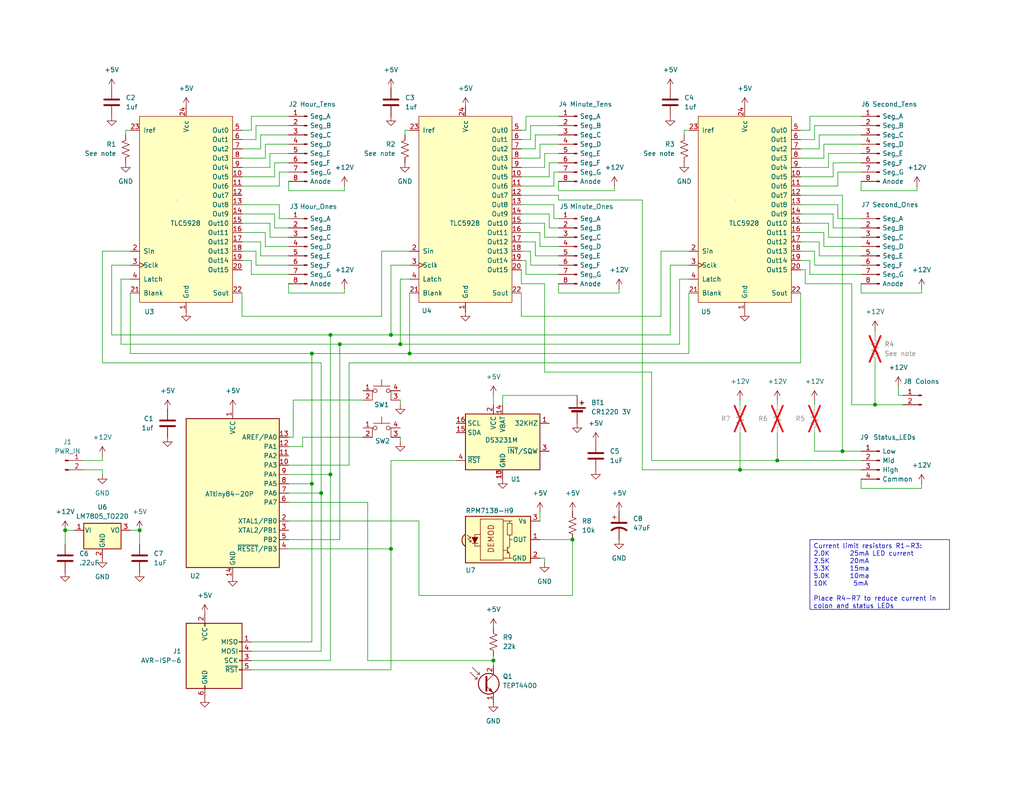
<source format=kicad_sch>
(kicad_sch (version 20231120) (generator "eeschema") (generator_version "8.0")
  (paper "USLetter")
  (title_block (title "Big Time Clock Controller") (rev "1"))
  (lib_symbols
    (symbol "Conn_01x08_Pin_1" (pin_names (offset 2))
      (property "Reference" "J9" (at -1.27 0.0001 0))
      (property "Value" "Conn_01x08_Pin" (at -1.27 -2.5399 0))
      (symbol "Conn_01x08_Pin_1_1_1"
        (pin passive line (at 5.08 7.62 180) (length 3.81) (name "Seg_A") (number "1"))
        (pin passive line (at 5.08 5.08 180) (length 3.81) (name "Seg_B") (number "2"))
        (pin passive line (at 5.08 2.54 180) (length 3.81) (name "Seg_C") (number "3"))
        (pin passive line (at 5.08 0 180) (length 3.81) (name "Seg_D") (number "4"))
        (pin passive line (at 5.08 -2.54 180) (length 3.81) (name "Seg_E") (number "5"))
        (pin passive line (at 5.08 -5.08 180) (length 3.81) (name "Seg_F") (number "6"))
        (pin passive line (at 5.08 -7.62 180) (length 3.81) (name "Seg_G") (number "7"))
        (pin passive line (at 5.08 -10.16 180) (length 3.81) (name "Anode") (number "8"))
      )
    )
    (symbol "Conn_01x08_Pin_2" (pin_names (offset 2))
      (property "Reference" "J5" (at 5.08 10.922 0))
      (property "Value" "Minute_Tens" (at 2.032 10.922 0))
      (symbol "Conn_01x08_Pin_2_1_1"
        (pin passive line (at 5.08 7.62 180) (length 3.81) (name "Seg_A") (number "1"))
        (pin passive line (at 5.08 5.08 180) (length 3.81) (name "Seg_B") (number "2"))
        (pin passive line (at 5.08 2.54 180) (length 3.81) (name "Seg_C") (number "3"))
        (pin passive line (at 5.08 0 180) (length 3.81) (name "Seg_D") (number "4"))
        (pin passive line (at 5.08 -2.54 180) (length 3.81) (name "Seg_E") (number "5"))
        (pin passive line (at 5.08 -5.08 180) (length 3.81) (name "Seg_F") (number "6"))
        (pin passive line (at 5.08 -7.62 180) (length 3.81) (name "Seg_G") (number "7"))
        (pin passive line (at 5.08 -10.16 180) (length 3.81) (name "Anode") (number "8"))
      )
    )
    (symbol "Connector:AVR-ISP-6" (pin_names (offset 1.016))
      (property "Reference" "J" (at -6.35 11.43 0))
      (property "Value" "AVR-ISP-6" (at 0 11.43 0))
      (symbol "AVR-ISP-6_1_1"
        (pin passive line (at 10.16 5.08 180) (length 2.54) (name "MISO") (number "1"))
        (pin passive line (at -2.54 12.7 270) (length 2.54) (name "VCC") (number "2"))
        (pin passive line (at 10.16 0 180) (length 2.54) (name "SCK") (number "3"))
        (pin passive line (at 10.16 2.54 180) (length 2.54) (name "MOSI") (number "4"))
        (pin passive line (at 10.16 -2.54 180) (length 2.54) (name "~{RST}") (number "5"))
        (pin passive line (at -2.54 -10.16 90) (length 2.54) (name "GND") (number "6"))
      )
    )
    (symbol "Connector:Conn_01x02_Pin" (pin_names (offset 1.016) hide)
      (property "Reference" "J" (at 0 2.54 0))
      (property "Value" "Conn_01x02_Pin" (at 0 -5.08 0))
      (symbol "Conn_01x02_Pin_1_1"
        (pin passive line (at 5.08 0 180) (length 3.81) (name "Pin_1") (number "1"))
        (pin passive line (at 5.08 -2.54 180) (length 3.81) (name "Pin_2") (number "2"))
      )
    )
    (symbol "Connector:Conn_01x04_Pin" (pin_names (offset 2))
      (property "Reference" "J10" (at 4.191 6.35 0))
      (property "Value" "Status_LEDs" (at -4.064 6.35 0))
      (symbol "Conn_01x04_Pin_1_1"
        (pin passive line (at 5.08 2.54 180) (length 3.81) (name "Low") (number "1"))
        (pin passive line (at 5.08 0 180) (length 3.81) (name "Mid") (number "2"))
        (pin passive line (at 5.08 -2.54 180) (length 3.81) (name "High") (number "3"))
        (pin passive line (at 5.08 -5.08 180) (length 3.81) (name "Common") (number "4"))
      )
    )
    (symbol "Device:Battery_Cell" (pin_numbers hide) (pin_names (offset 0) hide)
      (property "Reference" "BT" (at 2.54 2.54 0))
      (property "Value" "Battery_Cell" (at 2.54 0 0))
      (symbol "Battery_Cell_1_1"
        (pin passive line (at 0 5.08 270) (length 2.54) (name "+") (number "1"))
        (pin passive line (at 0 -2.54 90) (length 2.54) (name "-") (number "2"))
      )
    )
    (symbol "Device:C" (pin_numbers hide) (pin_names (offset 0.254))
      (property "Reference" "C" (at 0.635 2.54 0))
      (property "Value" "C" (at 0.635 -2.54 0))
      (symbol "C_1_1"
        (pin passive line (at 0 3.81 270) (length 2.794) (name "~") (number "1"))
        (pin passive line (at 0 -3.81 90) (length 2.794) (name "~") (number "2"))
      )
    )
    (symbol "Device:C_Polarized_US" (pin_numbers hide) (pin_names (offset 0.254) hide)
      (property "Reference" "C" (at 0.635 2.54 0))
      (property "Value" "C_Polarized_US" (at 0.635 -2.54 0))
      (symbol "C_Polarized_US_1_1"
        (pin passive line (at 0 3.81 270) (length 2.794) (name "~") (number "1"))
        (pin passive line (at 0 -3.81 90) (length 3.302) (name "~") (number "2"))
      )
    )
    (symbol "Device:Q_Photo_NPN_EC" (pin_names (offset 0) hide)
      (property "Reference" "Q" (at 5.08 1.27 0))
      (property "Value" "Q_Photo_NPN_EC" (at 5.08 -1.27 0))
      (symbol "Q_Photo_NPN_EC_1_1"
        (pin passive line (at 2.54 -5.08 90) (length 2.54) (name "E") (number "1"))
        (pin passive line (at 2.54 5.08 270) (length 2.54) (name "C") (number "2"))
      )
    )
    (symbol "Device:R_US" (pin_numbers hide) (pin_names (offset 0))
      (property "Reference" "R" (at 2.54 0 90))
      (property "Value" "R_US" (at -2.54 0 90))
      (symbol "R_US_1_1"
        (pin passive line (at 0 3.81 270) (length 1.27) (name "~") (number "1"))
        (pin passive line (at 0 -3.81 90) (length 1.27) (name "~") (number "2"))
      )
    )
    (symbol "MCU_Microchip_ATtiny:ATtiny84-20P"
      (property "Reference" "U" (at -12.7 21.59 0))
      (property "Value" "ATtiny84-20P" (at 2.54 -21.59 0))
      (symbol "ATtiny84-20P_1_1"
        (pin power_in line (at 0 22.86 270) (length 2.54) (name "VCC") (number "1"))
        (pin bidirectional line (at 15.24 7.62 180) (length 2.54) (name "PA3") (number "10"))
        (pin bidirectional line (at 15.24 10.16 180) (length 2.54) (name "PA2") (number "11"))
        (pin bidirectional line (at 15.24 12.7 180) (length 2.54) (name "PA1") (number "12"))
        (pin bidirectional line (at 15.24 15.24 180) (length 2.54) (name "AREF/PA0") (number "13"))
        (pin power_in line (at 0 -22.86 90) (length 2.54) (name "GND") (number "14"))
        (pin bidirectional line (at 15.24 -7.62 180) (length 2.54) (name "XTAL1/PB0") (number "2"))
        (pin bidirectional line (at 15.24 -10.16 180) (length 2.54) (name "XTAL2/PB1") (number "3"))
        (pin bidirectional line (at 15.24 -15.24 180) (length 2.54) (name "~{RESET}/PB3") (number "4"))
        (pin bidirectional line (at 15.24 -12.7 180) (length 2.54) (name "PB2") (number "5"))
        (pin bidirectional line (at 15.24 -2.54 180) (length 2.54) (name "PA7") (number "6"))
        (pin bidirectional line (at 15.24 0 180) (length 2.54) (name "PA6") (number "7"))
        (pin bidirectional line (at 15.24 2.54 180) (length 2.54) (name "PA5") (number "8"))
        (pin bidirectional line (at 15.24 5.08 180) (length 2.54) (name "PA4") (number "9"))
      )
    )
    (symbol "Regulator_Linear:LM7805_TO220" (pin_names (offset 0.254))
      (property "Reference" "U" (at -3.81 3.175 0))
      (property "Value" "LM7805_TO220" (at 0 3.175 0))
      (symbol "LM7805_TO220_1_1"
        (pin power_in line (at -7.62 0 0) (length 2.54) (name "VI") (number "1"))
        (pin power_in line (at 0 -7.62 90) (length 2.54) (name "GND") (number "2"))
        (pin power_out line (at 7.62 0 180) (length 2.54) (name "VO") (number "3"))
      )
    )
    (symbol "Switch:SW_MEC_5E" (pin_names (offset 1.016) hide)
      (property "Reference" "SW" (at 0.635 5.715 0))
      (property "Value" "SW_MEC_5E" (at 0 -3.175 0))
      (symbol "SW_MEC_5E_0_1"
        (pin passive line (at -5.08 2.54 0) (length 2.54) (name "1") (number "1"))
        (pin passive line (at -5.08 0 0) (length 2.54) (name "2") (number "2"))
        (pin passive line (at 5.08 0 180) (length 2.54) (name "K") (number "3"))
        (pin passive line (at 5.08 2.54 180) (length 2.54) (name "A") (number "4"))
      )
    )
    (symbol "TLC5928_1" (pin_names (offset 1))
      (property "Reference" "U" (at -11.176 -27.432 0))
      (property "Value" "TLC5928" (at 0.508 -3.048 0))
      (property "Description" "16-Channel Constant Current LED Driver" (at 2.794 -29.718 0))
      (symbol "TLC5928_1_1_0"
        (pin output line (at 15.24 -3.81 180) (length 2.54) (name "Out10") (number "15"))
        (pin output line (at 15.24 -6.35 180) (length 2.54) (name "Out11") (number "16"))
        (pin output line (at 15.24 -8.89 180) (length 2.54) (name "Out12") (number "17"))
        (pin output line (at 15.24 -11.43 180) (length 2.54) (name "Out13") (number "18"))
        (pin output line (at 15.24 -13.97 180) (length 2.54) (name "Out14") (number "19"))
        (pin input line (at -15.24 -11.43 0) (length 2.54) (name "Sin") (number "2"))
        (pin output line (at 15.24 -16.51 180) (length 2.54) (name "Out15") (number "20"))
        (pin input line (at -15.24 -22.86 0) (length 2.54) (name "Blank") (number "21"))
        (pin output line (at 15.24 -22.86 180) (length 2.54) (name "Sout") (number "22"))
        (pin passive line (at -15.24 21.59 0) (length 2.54) (name "Iref") (number "23"))
        (pin input clock (at -15.24 -15.24 0) (length 2.54) (name "Sclk") (number "3"))
        (pin input line (at -15.24 -19.05 0) (length 2.54) (name "Latch") (number "4"))
      )
      (symbol "TLC5928_1_1_1"
        (pin power_in line (at 0 -27.94 90) (length 2.54) (name "Gnd") (number "1"))
        (pin output line (at 15.24 8.89 180) (length 2.54) (name "Out5") (number "10"))
        (pin output line (at 15.24 6.35 180) (length 2.54) (name "Out6") (number "11"))
        (pin output line (at 15.24 3.81 180) (length 2.54) (name "Out7") (number "12"))
        (pin output line (at 15.24 1.27 180) (length 2.54) (name "Out8") (number "13"))
        (pin output line (at 15.24 -1.27 180) (length 2.54) (name "Out9") (number "14"))
        (pin power_in line (at 0 27.94 270) (length 2.54) (name "Vcc") (number "24"))
        (pin output line (at 15.24 21.59 180) (length 2.54) (name "Out0") (number "5"))
        (pin output line (at 15.24 19.05 180) (length 2.54) (name "Out1") (number "6"))
        (pin output line (at 15.24 16.51 180) (length 2.54) (name "Out2") (number "7"))
        (pin output line (at 15.24 13.97 180) (length 2.54) (name "Out3") (number "8"))
        (pin output line (at 15.24 11.43 180) (length 2.54) (name "Out4") (number "9"))
      )
    )
    (symbol "Timer_RTC:DS3231M"
      (property "Reference" "U1" (at 2.1941 -10.16 0))
      (property "Value" "DS3231M" (at 2.1941 -12.7 0))
      (symbol "DS3231M_1_1"
        (pin open_collector line (at 12.7 5.08 180) (length 2.54) (name "32KHZ") (number "1"))
        (pin passive line (at 0 -10.16 90) (length 2.54) (name "GND") (number "10"))
        (pin passive line (at 0 -10.16 90) (length 2.54) hide (name "GND") (number "11"))
        (pin passive line (at 0 -10.16 90) (length 2.54) hide (name "GND") (number "12"))
        (pin power_in line (at 0 -10.16 90) (length 2.54) (name "GND") (number "13"))
        (pin power_in line (at 0 10.16 270) (length 2.54) (name "VBAT") (number "14"))
        (pin bidirectional line (at -12.7 2.54 0) (length 2.54) (name "SDA") (number "15"))
        (pin input line (at -12.7 5.08 0) (length 2.54) (name "SCL") (number "16"))
        (pin power_in line (at -2.54 10.16 270) (length 2.54) (name "VCC") (number "2"))
        (pin open_collector line (at 12.7 -2.54 180) (length 2.54) (name "~{INT}/SQW") (number "3"))
        (pin bidirectional line (at -12.7 -5.08 0) (length 2.54) (name "~{RST}") (number "4"))
        (pin passive line (at 0 -10.16 90) (length 2.54) hide (name "GND") (number "5"))
        (pin passive line (at 0 -10.16 90) (length 2.54) hide (name "GND") (number "6"))
        (pin passive line (at 0 -10.16 90) (length 2.54) hide (name "GND") (number "7"))
        (pin passive line (at 0 -10.16 90) (length 2.54) hide (name "GND") (number "8"))
        (pin passive line (at 0 -10.16 90) (length 2.54) hide (name "GND") (number "9"))
      )
    )
    (symbol "power:+12V" (power) (pin_numbers hide) (pin_names (offset 0) hide)
      (property "Value" "+12V" (at 0 3.556 0))
      (symbol "+12V_1_1"
        (pin power_in line (at 0 0 90) (length 0) (name "~") (number "1"))
      )
    )
    (symbol "power:+5V" (power) (pin_numbers hide) (pin_names (offset 0) hide)
      (property "Value" "+5V" (at 0 3.556 0))
      (symbol "+5V_1_1"
        (pin power_in line (at 0 0 90) (length 0) (name "~") (number "1"))
      )
    )
    (symbol "power:GND" (power) (pin_numbers hide) (pin_names (offset 0) hide)
      (property "Value" "GND" (at 0 -3.81 0))
      (symbol "GND_1_1"
        (pin power_in line (at 0 0 270) (length 0) (name "~") (number "1"))
      )
    )
    (symbol "rpm71xx:RPM71xx" (pin_names (offset 1.016))
      (property "Reference" "U" (at -10.16 7.62 0))
      (property "Value" "RPM7138-H9" (at -10.16 -7.62 0))
      (symbol "RPM71xx_0_0"
        (text "DEMOD" (at -3.175 0.254 900) (effects (font (size 1.524 1.524))))
      )
      (symbol "RPM71xx_1_1"
        (pin output line (at 10.16 0 180) (length 2.54) (name "OUT") (number "1"))
        (pin power_in line (at 10.16 -5.08 180) (length 2.54) (name "GND") (number "2"))
        (pin power_in line (at 10.16 5.08 180) (length 2.54) (name "Vs") (number "3"))
      )
    )
    (symbol "tlc592x:TLC5928" (pin_names (offset 1))
      (property "Reference" "U" (at -11.176 -27.432 0))
      (property "Value" "TLC5928" (at 0.508 -3.048 0))
      (property "Description" "16-Channel Constant Current LED Driver" (at 2.794 -29.718 0))
      (symbol "TLC5928_1_0"
        (pin output line (at 15.24 -3.81 180) (length 2.54) (name "Out10") (number "15"))
        (pin output line (at 15.24 -6.35 180) (length 2.54) (name "Out11") (number "16"))
        (pin output line (at 15.24 -8.89 180) (length 2.54) (name "Out12") (number "17"))
        (pin output line (at 15.24 -11.43 180) (length 2.54) (name "Out13") (number "18"))
        (pin output line (at 15.24 -13.97 180) (length 2.54) (name "Out14") (number "19"))
        (pin input line (at -15.24 -11.43 0) (length 2.54) (name "Sin") (number "2"))
        (pin output line (at 15.24 -16.51 180) (length 2.54) (name "Out15") (number "20"))
        (pin input line (at -15.24 -22.86 0) (length 2.54) (name "Blank") (number "21"))
        (pin output line (at 15.24 -22.86 180) (length 2.54) (name "Sout") (number "22"))
        (pin passive line (at -15.24 21.59 0) (length 2.54) (name "Iref") (number "23"))
        (pin input clock (at -15.24 -15.24 0) (length 2.54) (name "Sclk") (number "3"))
        (pin input line (at -15.24 -19.05 0) (length 2.54) (name "Latch") (number "4"))
      )
      (symbol "TLC5928_1_1"
        (pin power_in line (at 0 -27.94 90) (length 2.54) (name "Gnd") (number "1"))
        (pin output line (at 15.24 8.89 180) (length 2.54) (name "Out5") (number "10"))
        (pin output line (at 15.24 6.35 180) (length 2.54) (name "Out6") (number "11"))
        (pin output line (at 15.24 3.81 180) (length 2.54) (name "Out7") (number "12"))
        (pin output line (at 15.24 1.27 180) (length 2.54) (name "Out8") (number "13"))
        (pin output line (at 15.24 -1.27 180) (length 2.54) (name "Out9") (number "14"))
        (pin power_in line (at 0 27.94 270) (length 2.54) (name "Vcc") (number "24"))
        (pin output line (at 15.24 21.59 180) (length 2.54) (name "Out0") (number "5"))
        (pin output line (at 15.24 19.05 180) (length 2.54) (name "Out1") (number "6"))
        (pin output line (at 15.24 16.51 180) (length 2.54) (name "Out2") (number "7"))
        (pin output line (at 15.24 13.97 180) (length 2.54) (name "Out3") (number "8"))
        (pin output line (at 15.24 11.43 180) (length 2.54) (name "Out4") (number "9"))
      )
    )
  )
  (junction (at 229.87 123.19))
  (junction (at 109.22 93.98))
  (junction (at 87.63 134.62))
  (junction (at 85.09 132.08))
  (junction (at 90.17 129.54))
  (junction (at 106.68 91.44))
  (junction (at 92.71 93.98))
  (junction (at 85.09 96.52))
  (junction (at 17.78 144.78))
  (junction (at 134.62 180.34))
  (junction (at 106.68 149.86))
  (junction (at 201.93 128.27))
  (junction (at 238.76 110.49))
  (junction (at 111.76 96.52))
  (junction (at 90.17 91.44))
  (junction (at 38.1 144.78))
  (junction (at 156.21 147.32))
  (junction (at 212.09 125.73))
  (wire (pts (xy 66.04 60.96) (xy 73.66 60.96)))
  (wire (pts (xy 134.62 179.07) (xy 134.62 180.34)))
  (wire (pts (xy 212.09 118.11) (xy 212.09 125.73)))
  (wire (pts (xy 224.79 39.37) (xy 224.79 43.18)))
  (wire (pts (xy 22.86 128.27) (xy 27.94 128.27)))
  (wire (pts (xy 151.13 50.8) (xy 142.24 50.8)))
  (wire (pts (xy 149.86 44.45) (xy 149.86 48.26)))
  (wire (pts (xy 228.6 50.8) (xy 218.44 50.8)))
  (wire (pts (xy 144.78 34.29) (xy 144.78 38.1)))
  (wire (pts (xy 148.59 152.4) (xy 148.59 153.67)))
  (wire (pts (xy 78.74 147.32) (xy 92.71 147.32)))
  (wire (pts (xy 76.2 55.88) (xy 76.2 59.69)))
  (wire (pts (xy 218.44 53.34) (xy 229.87 53.34)))
  (wire (pts (xy 218.44 68.58) (xy 222.25 68.58)))
  (wire (pts (xy 69.85 34.29) (xy 69.85 38.1)))
  (wire (pts (xy 224.79 63.5) (xy 224.79 67.31)))
  (wire (pts (xy 226.06 45.72) (xy 218.44 45.72)))
  (wire (pts (xy 218.44 71.12) (xy 220.98 71.12)))
  (wire (pts (xy 66.04 80.01) (xy 66.04 86.36)))
  (wire (pts (xy 110.49 36.83) (xy 110.49 35.56)))
  (wire (pts (xy 71.12 36.83) (xy 71.12 40.64)))
  (wire (pts (xy 90.17 129.54) (xy 90.17 91.44)))
  (wire (pts (xy 87.63 134.62) (xy 87.63 99.06)))
  (wire (pts (xy 109.22 76.2) (xy 109.22 93.98)))
  (wire (pts (xy 100.33 137.16) (xy 78.74 137.16)))
  (wire (pts (xy 144.78 38.1) (xy 142.24 38.1)))
  (wire (pts (xy 72.39 63.5) (xy 72.39 67.31)))
  (wire (pts (xy 87.63 99.06) (xy 27.94 99.06)))
  (wire (pts (xy 73.66 41.91) (xy 78.74 41.91)))
  (wire (pts (xy 218.44 58.42) (xy 227.33 58.42)))
  (wire (pts (xy 146.05 40.64) (xy 142.24 40.64)))
  (wire (pts (xy 35.56 80.01) (xy 35.56 96.52)))
  (wire (pts (xy 222.25 68.58) (xy 222.25 72.39)))
  (wire (pts (xy 147.32 43.18) (xy 142.24 43.18)))
  (wire (pts (xy 180.34 68.58) (xy 187.96 68.58)))
  (wire (pts (xy 69.85 72.39) (xy 78.74 72.39)))
  (wire (pts (xy 69.85 34.29) (xy 78.74 34.29)))
  (wire (pts (xy 148.59 45.72) (xy 142.24 45.72)))
  (wire (pts (xy 149.86 58.42) (xy 149.86 62.23)))
  (wire (pts (xy 148.59 64.77) (xy 152.4 64.77)))
  (wire (pts (xy 234.95 52.07) (xy 250.19 52.07)))
  (wire (pts (xy 68.58 177.8) (xy 87.63 177.8)))
  (wire (pts (xy 87.63 134.62) (xy 87.63 177.8)))
  (wire (pts (xy 106.68 125.73) (xy 106.68 149.86)))
  (wire (pts (xy 227.33 62.23) (xy 234.95 62.23)))
  (wire (pts (xy 147.32 139.7) (xy 147.32 142.24)))
  (wire (pts (xy 220.98 71.12) (xy 220.98 74.93)))
  (wire (pts (xy 95.25 127) (xy 78.74 127)))
  (wire (pts (xy 251.46 78.74) (xy 251.46 80.01)))
  (wire (pts (xy 111.76 76.2) (xy 109.22 76.2)))
  (wire (pts (xy 71.12 69.85) (xy 78.74 69.85)))
  (wire (pts (xy 175.26 54.61) (xy 175.26 128.27)))
  (wire (pts (xy 222.25 123.19) (xy 222.25 118.11)))
  (wire (pts (xy 137.16 107.95) (xy 157.48 107.95)))
  (wire (pts (xy 146.05 66.04) (xy 146.05 69.85)))
  (wire (pts (xy 226.06 41.91) (xy 234.95 41.91)))
  (wire (pts (xy 177.8 101.6) (xy 177.8 125.73)))
  (wire (pts (xy 142.24 71.12) (xy 143.51 71.12)))
  (wire (pts (xy 146.05 36.83) (xy 152.4 36.83)))
  (wire (pts (xy 220.98 35.56) (xy 218.44 35.56)))
  (wire (pts (xy 151.13 55.88) (xy 151.13 59.69)))
  (wire (pts (xy 106.68 182.88) (xy 68.58 182.88)))
  (wire (pts (xy 76.2 59.69) (xy 78.74 59.69)))
  (wire (pts (xy 222.25 123.19) (xy 229.87 123.19)))
  (wire (pts (xy 224.79 67.31) (xy 234.95 67.31)))
  (wire (pts (xy 219.71 77.47) (xy 232.41 77.47)))
  (wire (pts (xy 80.01 119.38) (xy 78.74 119.38)))
  (wire (pts (xy 168.91 78.74) (xy 168.91 80.01)))
  (wire (pts (xy 182.88 72.39) (xy 182.88 91.44)))
  (wire (pts (xy 74.93 58.42) (xy 74.93 62.23)))
  (wire (pts (xy 186.69 35.56) (xy 187.96 35.56)))
  (wire (pts (xy 30.48 91.44) (xy 90.17 91.44)))
  (wire (pts (xy 218.44 60.96) (xy 226.06 60.96)))
  (wire (pts (xy 72.39 67.31) (xy 78.74 67.31)))
  (wire (pts (xy 134.62 107.95) (xy 134.62 110.49)))
  (wire (pts (xy 68.58 74.93) (xy 78.74 74.93)))
  (wire (pts (xy 187.96 96.52) (xy 187.96 80.01)))
  (wire (pts (xy 232.41 110.49) (xy 238.76 110.49)))
  (wire (pts (xy 167.64 50.8) (xy 167.64 52.07)))
  (wire (pts (xy 93.98 50.8) (xy 93.98 52.07)))
  (wire (pts (xy 99.06 109.22) (xy 80.01 109.22)))
  (wire (pts (xy 228.6 46.99) (xy 228.6 50.8)))
  (wire (pts (xy 152.4 80.01) (xy 168.91 80.01)))
  (wire (pts (xy 226.06 41.91) (xy 226.06 45.72)))
  (wire (pts (xy 212.09 109.22) (xy 212.09 110.49)))
  (wire (pts (xy 109.22 93.98) (xy 185.42 93.98)))
  (wire (pts (xy 66.04 55.88) (xy 76.2 55.88)))
  (wire (pts (xy 100.33 180.34) (xy 134.62 180.34)))
  (wire (pts (xy 142.24 80.01) (xy 142.24 86.36)))
  (wire (pts (xy 78.74 52.07) (xy 93.98 52.07)))
  (wire (pts (xy 144.78 34.29) (xy 152.4 34.29)))
  (wire (pts (xy 111.76 96.52) (xy 187.96 96.52)))
  (wire (pts (xy 85.09 132.08) (xy 78.74 132.08)))
  (wire (pts (xy 82.55 121.92) (xy 78.74 121.92)))
  (wire (pts (xy 33.02 76.2) (xy 33.02 93.98)))
  (wire (pts (xy 73.66 60.96) (xy 73.66 64.77)))
  (wire (pts (xy 78.74 149.86) (xy 106.68 149.86)))
  (wire (pts (xy 66.04 86.36) (xy 104.14 86.36)))
  (wire (pts (xy 17.78 144.78) (xy 17.78 148.59)))
  (wire (pts (xy 227.33 44.45) (xy 227.33 48.26)))
  (wire (pts (xy 78.74 77.47) (xy 78.74 80.01)))
  (wire (pts (xy 223.52 69.85) (xy 234.95 69.85)))
  (wire (pts (xy 234.95 77.47) (xy 234.95 80.01)))
  (wire (pts (xy 185.42 93.98) (xy 185.42 76.2)))
  (wire (pts (xy 38.1 144.78) (xy 38.1 148.59)))
  (wire (pts (xy 106.68 149.86) (xy 106.68 182.88)))
  (wire (pts (xy 238.76 99.06) (xy 238.76 110.49)))
  (wire (pts (xy 147.32 39.37) (xy 147.32 43.18)))
  (wire (pts (xy 223.52 36.83) (xy 234.95 36.83)))
  (wire (pts (xy 142.24 68.58) (xy 144.78 68.58)))
  (wire (pts (xy 27.94 68.58) (xy 35.56 68.58)))
  (wire (pts (xy 245.11 105.41) (xy 245.11 107.95)))
  (wire (pts (xy 228.6 59.69) (xy 234.95 59.69)))
  (wire (pts (xy 106.68 72.39) (xy 111.76 72.39)))
  (wire (pts (xy 229.87 123.19) (xy 234.95 123.19)))
  (wire (pts (xy 114.3 142.24) (xy 78.74 142.24)))
  (wire (pts (xy 71.12 40.64) (xy 66.04 40.64)))
  (wire (pts (xy 142.24 55.88) (xy 151.13 55.88)))
  (wire (pts (xy 180.34 86.36) (xy 180.34 68.58)))
  (wire (pts (xy 146.05 36.83) (xy 146.05 40.64)))
  (wire (pts (xy 148.59 60.96) (xy 148.59 64.77)))
  (wire (pts (xy 35.56 72.39) (xy 30.48 72.39)))
  (wire (pts (xy 35.56 96.52) (xy 85.09 96.52)))
  (wire (pts (xy 238.76 110.49) (xy 246.38 110.49)))
  (wire (pts (xy 90.17 129.54) (xy 90.17 180.34)))
  (wire (pts (xy 147.32 63.5) (xy 147.32 67.31)))
  (wire (pts (xy 228.6 55.88) (xy 228.6 59.69)))
  (wire (pts (xy 152.4 77.47) (xy 152.4 80.01)))
  (wire (pts (xy 134.62 180.34) (xy 134.62 181.61)))
  (wire (pts (xy 218.44 66.04) (xy 223.52 66.04)))
  (wire (pts (xy 142.24 58.42) (xy 149.86 58.42)))
  (wire (pts (xy 234.95 130.81) (xy 234.95 133.35)))
  (wire (pts (xy 142.24 73.66) (xy 142.24 77.47)))
  (wire (pts (xy 114.3 162.56) (xy 156.21 162.56)))
  (wire (pts (xy 110.49 35.56) (xy 111.76 35.56)))
  (wire (pts (xy 68.58 71.12) (xy 68.58 74.93)))
  (wire (pts (xy 201.93 118.11) (xy 201.93 128.27)))
  (wire (pts (xy 175.26 128.27) (xy 201.93 128.27)))
  (wire (pts (xy 156.21 147.32) (xy 156.21 162.56)))
  (wire (pts (xy 95.25 99.06) (xy 95.25 127)))
  (wire (pts (xy 149.86 62.23) (xy 152.4 62.23)))
  (wire (pts (xy 85.09 96.52) (xy 85.09 132.08)))
  (wire (pts (xy 146.05 69.85) (xy 152.4 69.85)))
  (wire (pts (xy 220.98 31.75) (xy 234.95 31.75)))
  (wire (pts (xy 147.32 67.31) (xy 152.4 67.31)))
  (wire (pts (xy 109.22 119.38) (xy 109.22 120.65)))
  (wire (pts (xy 229.87 53.34) (xy 229.87 123.19)))
  (wire (pts (xy 151.13 46.99) (xy 152.4 46.99)))
  (wire (pts (xy 234.95 49.53) (xy 234.95 52.07)))
  (wire (pts (xy 17.78 144.78) (xy 20.32 144.78)))
  (wire (pts (xy 68.58 35.56) (xy 66.04 35.56)))
  (wire (pts (xy 218.44 55.88) (xy 228.6 55.88)))
  (wire (pts (xy 35.56 144.78) (xy 38.1 144.78)))
  (wire (pts (xy 72.39 43.18) (xy 66.04 43.18)))
  (wire (pts (xy 224.79 39.37) (xy 234.95 39.37)))
  (wire (pts (xy 22.86 125.73) (xy 27.94 125.73)))
  (wire (pts (xy 71.12 36.83) (xy 78.74 36.83)))
  (wire (pts (xy 30.48 72.39) (xy 30.48 91.44)))
  (wire (pts (xy 143.51 31.75) (xy 143.51 35.56)))
  (wire (pts (xy 100.33 180.34) (xy 100.33 137.16)))
  (wire (pts (xy 251.46 132.08) (xy 251.46 133.35)))
  (wire (pts (xy 149.86 48.26) (xy 142.24 48.26)))
  (wire (pts (xy 148.59 41.91) (xy 152.4 41.91)))
  (wire (pts (xy 152.4 54.61) (xy 175.26 54.61)))
  (wire (pts (xy 142.24 66.04) (xy 146.05 66.04)))
  (wire (pts (xy 78.74 129.54) (xy 90.17 129.54)))
  (wire (pts (xy 78.74 134.62) (xy 87.63 134.62)))
  (wire (pts (xy 219.71 73.66) (xy 219.71 77.47)))
  (wire (pts (xy 137.16 110.49) (xy 137.16 107.95)))
  (wire (pts (xy 177.8 101.6) (xy 148.59 101.6)))
  (wire (pts (xy 143.51 31.75) (xy 152.4 31.75)))
  (wire (pts (xy 177.8 125.73) (xy 212.09 125.73)))
  (wire (pts (xy 147.32 152.4) (xy 148.59 152.4)))
  (wire (pts (xy 142.24 77.47) (xy 148.59 77.47)))
  (wire (pts (xy 66.04 66.04) (xy 71.12 66.04)))
  (wire (pts (xy 66.04 71.12) (xy 68.58 71.12)))
  (wire (pts (xy 104.14 68.58) (xy 111.76 68.58)))
  (wire (pts (xy 114.3 162.56) (xy 114.3 142.24)))
  (wire (pts (xy 68.58 31.75) (xy 68.58 35.56)))
  (wire (pts (xy 143.51 35.56) (xy 142.24 35.56)))
  (wire (pts (xy 78.74 49.53) (xy 78.74 52.07)))
  (wire (pts (xy 106.68 72.39) (xy 106.68 91.44)))
  (wire (pts (xy 228.6 46.99) (xy 234.95 46.99)))
  (wire (pts (xy 151.13 46.99) (xy 151.13 50.8)))
  (wire (pts (xy 66.04 63.5) (xy 72.39 63.5)))
  (wire (pts (xy 245.11 107.95) (xy 246.38 107.95)))
  (wire (pts (xy 69.85 68.58) (xy 69.85 72.39)))
  (wire (pts (xy 66.04 68.58) (xy 69.85 68.58)))
  (wire (pts (xy 72.39 39.37) (xy 72.39 43.18)))
  (wire (pts (xy 148.59 77.47) (xy 148.59 101.6)))
  (wire (pts (xy 151.13 59.69) (xy 152.4 59.69)))
  (wire (pts (xy 68.58 175.26) (xy 85.09 175.26)))
  (wire (pts (xy 234.95 133.35) (xy 251.46 133.35)))
  (wire (pts (xy 219.71 73.66) (xy 218.44 73.66)))
  (wire (pts (xy 187.96 72.39) (xy 182.88 72.39)))
  (wire (pts (xy 220.98 74.93) (xy 234.95 74.93)))
  (wire (pts (xy 142.24 63.5) (xy 147.32 63.5)))
  (wire (pts (xy 185.42 76.2) (xy 187.96 76.2)))
  (wire (pts (xy 74.93 48.26) (xy 66.04 48.26)))
  (wire (pts (xy 27.94 125.73) (xy 27.94 124.46)))
  (wire (pts (xy 68.58 31.75) (xy 78.74 31.75)))
  (wire (pts (xy 147.32 39.37) (xy 152.4 39.37)))
  (wire (pts (xy 80.01 109.22) (xy 80.01 119.38)))
  (wire (pts (xy 152.4 52.07) (xy 167.64 52.07)))
  (wire (pts (xy 227.33 58.42) (xy 227.33 62.23)))
  (wire (pts (xy 78.74 80.01) (xy 93.98 80.01)))
  (wire (pts (xy 186.69 36.83) (xy 186.69 35.56)))
  (wire (pts (xy 27.94 99.06) (xy 27.94 68.58)))
  (wire (pts (xy 222.25 38.1) (xy 218.44 38.1)))
  (wire (pts (xy 34.29 35.56) (xy 34.29 36.83)))
  (wire (pts (xy 220.98 31.75) (xy 220.98 35.56)))
  (wire (pts (xy 74.93 44.45) (xy 78.74 44.45)))
  (wire (pts (xy 234.95 125.73) (xy 212.09 125.73)))
  (wire (pts (xy 218.44 99.06) (xy 95.25 99.06)))
  (wire (pts (xy 74.93 62.23) (xy 78.74 62.23)))
  (wire (pts (xy 149.86 44.45) (xy 152.4 44.45)))
  (wire (pts (xy 227.33 48.26) (xy 218.44 48.26)))
  (wire (pts (xy 223.52 66.04) (xy 223.52 69.85)))
  (wire (pts (xy 73.66 64.77) (xy 78.74 64.77)))
  (wire (pts (xy 226.06 64.77) (xy 234.95 64.77)))
  (wire (pts (xy 222.25 72.39) (xy 234.95 72.39)))
  (wire (pts (xy 234.95 80.01) (xy 251.46 80.01)))
  (wire (pts (xy 148.59 41.91) (xy 148.59 45.72)))
  (wire (pts (xy 92.71 147.32) (xy 92.71 93.98)))
  (wire (pts (xy 143.51 71.12) (xy 143.51 74.93)))
  (wire (pts (xy 142.24 86.36) (xy 180.34 86.36)))
  (wire (pts (xy 27.94 128.27) (xy 27.94 129.54)))
  (wire (pts (xy 124.46 125.73) (xy 106.68 125.73)))
  (wire (pts (xy 73.66 45.72) (xy 66.04 45.72)))
  (wire (pts (xy 250.19 50.8) (xy 250.19 52.07)))
  (wire (pts (xy 218.44 63.5) (xy 224.79 63.5)))
  (wire (pts (xy 85.09 96.52) (xy 111.76 96.52)))
  (wire (pts (xy 109.22 109.22) (xy 109.22 110.49)))
  (wire (pts (xy 223.52 36.83) (xy 223.52 40.64)))
  (wire (pts (xy 85.09 175.26) (xy 85.09 132.08)))
  (wire (pts (xy 232.41 77.47) (xy 232.41 110.49)))
  (wire (pts (xy 152.4 54.61) (xy 152.4 53.34)))
  (wire (pts (xy 223.52 40.64) (xy 218.44 40.64)))
  (wire (pts (xy 142.24 60.96) (xy 148.59 60.96)))
  (wire (pts (xy 224.79 43.18) (xy 218.44 43.18)))
  (wire (pts (xy 144.78 72.39) (xy 152.4 72.39)))
  (wire (pts (xy 92.71 93.98) (xy 109.22 93.98)))
  (wire (pts (xy 222.25 34.29) (xy 222.25 38.1)))
  (wire (pts (xy 152.4 49.53) (xy 152.4 52.07)))
  (wire (pts (xy 143.51 74.93) (xy 152.4 74.93)))
  (wire (pts (xy 111.76 80.01) (xy 111.76 96.52)))
  (wire (pts (xy 104.14 86.36) (xy 104.14 68.58)))
  (wire (pts (xy 222.25 34.29) (xy 234.95 34.29)))
  (wire (pts (xy 76.2 46.99) (xy 76.2 50.8)))
  (wire (pts (xy 238.76 91.44) (xy 238.76 90.17)))
  (wire (pts (xy 71.12 66.04) (xy 71.12 69.85)))
  (wire (pts (xy 35.56 35.56) (xy 34.29 35.56)))
  (wire (pts (xy 218.44 80.01) (xy 218.44 99.06)))
  (wire (pts (xy 66.04 58.42) (xy 74.93 58.42)))
  (wire (pts (xy 90.17 91.44) (xy 106.68 91.44)))
  (wire (pts (xy 73.66 41.91) (xy 73.66 45.72)))
  (wire (pts (xy 147.32 147.32) (xy 156.21 147.32)))
  (wire (pts (xy 35.56 76.2) (xy 33.02 76.2)))
  (wire (pts (xy 93.98 78.74) (xy 93.98 80.01)))
  (wire (pts (xy 226.06 60.96) (xy 226.06 64.77)))
  (wire (pts (xy 222.25 109.22) (xy 222.25 110.49)))
  (wire (pts (xy 69.85 38.1) (xy 66.04 38.1)))
  (wire (pts (xy 99.06 119.38) (xy 82.55 119.38)))
  (wire (pts (xy 201.93 109.22) (xy 201.93 110.49)))
  (wire (pts (xy 72.39 39.37) (xy 78.74 39.37)))
  (wire (pts (xy 227.33 44.45) (xy 234.95 44.45)))
  (wire (pts (xy 33.02 93.98) (xy 92.71 93.98)))
  (wire (pts (xy 76.2 50.8) (xy 66.04 50.8)))
  (wire (pts (xy 144.78 68.58) (xy 144.78 72.39)))
  (wire (pts (xy 201.93 128.27) (xy 234.95 128.27)))
  (wire (pts (xy 74.93 44.45) (xy 74.93 48.26)))
  (wire (pts (xy 106.68 91.44) (xy 182.88 91.44)))
  (wire (pts (xy 152.4 53.34) (xy 142.24 53.34)))
  (wire (pts (xy 82.55 119.38) (xy 82.55 121.92)))
  (wire (pts (xy 76.2 46.99) (xy 78.74 46.99)))
  (wire (pts (xy 68.58 180.34) (xy 90.17 180.34)))
  (text_box "Current limit resistors R1-R3:\n2.0K	25mA LED current\n2.5K	20mA\n3.3K	15ma\n5.0K	10ma\n10K		 5mA\n\nPlace R4-R7 to reduce current in colon and status LEDs" (at 220.98 147.32 0) (size 38.1 19.05) (effects (font (size 1.27 1.27)) (justify left top)))
  (symbol (lib_id "power:GND") (at 38.1 156.21 0) (unit 1)
    (property "Reference" "#PWR045" (effects (hide yes)))
    (property "Value" "GND" (effects (hide yes)))
    (property "Description" "Power symbol creates a global label with name \"GND\" , ground" (effects (hide yes)))
  )
  (symbol (lib_id "power:+5V") (at 127 29.21 0) (unit 1)
    (property "Reference" "#PWR07" (effects (hide yes)))
    (property "Value" "+5V" (at 127 24.13 0))
    (property "Description" "Power symbol creates a global label with name \"+5V\"" (effects (hide yes)))
  )
  (symbol (lib_id "power:GND") (at 168.91 147.32 0) (unit 1)
    (property "Reference" "#PWR049" (effects (hide yes)))
    (property "Value" "GND" (at 168.91 152.4 0))
    (property "Description" "Power symbol creates a global label with name \"GND\" , ground" (effects (hide yes)))
  )
  (symbol (lib_id "Device:R_US") (at 34.29 40.64 0) (mirror y) (unit 1)
    (property "Reference" "R1" (at 31.75 39.3699 0) (effects (justify left)))
    (property "Value" "See note" (at 31.75 41.9099 0) (effects (justify left)))
    (property "Description" "Resistor, US symbol" (effects (hide yes)))
  )
  (symbol (lib_id "Device:R_US") (at 134.62 175.26 0) (unit 1)
    (property "Reference" "R9" (at 137.16 173.9899 0) (effects (justify left)))
    (property "Value" "22k" (at 137.16 176.5299 0) (effects (justify left)))
    (property "Description" "Resistor, US symbol" (effects (hide yes)))
  )
  (symbol (lib_id "power:+5V") (at 134.62 171.45 0) (unit 1)
    (property "Reference" "#PWR052" (effects (hide yes)))
    (property "Value" "+5V" (at 134.62 166.37 0))
    (property "Description" "Power symbol creates a global label with name \"+5V\"" (effects (hide yes)))
  )
  (symbol (lib_id "power:+12V") (at 212.09 109.22 0) (unit 1)
    (property "Reference" "#PWR042" (effects (hide yes)))
    (property "Value" "+12V" (at 212.09 104.14 0))
    (property "Description" "Power symbol creates a global label with name \"+12V\"" (effects (hide yes)))
  )
  (symbol (lib_id "Connector:Conn_01x02_Pin") (at 17.78 125.73 0) (unit 1)
    (property "Reference" "J1" (at 18.415 120.65 0))
    (property "Value" "PWR_IN" (at 18.415 123.19 0))
    (property "Description" "Generic connector, single row, 01x02, script generated" (effects (hide yes)))
  )
  (symbol (lib_id "Connector:Conn_01x02_Pin") (at 251.46 107.95 0) (mirror y) (unit 1)
    (property "Reference" "J8" (at 247.65 104.14 0))
    (property "Value" "Colons" (at 252.984 104.14 0))
    (property "Description" "Generic connector, single row, 01x02, script generated" (effects (hide yes)))
  )
  (symbol (lib_id "power:+12V") (at 250.19 50.8 0) (unit 1)
    (property "Reference" "#PWR019" (effects (hide yes)))
    (property "Value" "+12V" (at 250.19 45.72 0))
    (property "Description" "Power symbol creates a global label with name \"+12V\"" (effects (hide yes)))
  )
  (symbol (lib_id "power:+5V") (at 134.62 107.95 0) (unit 1)
    (property "Reference" "#PWR017" (effects (hide yes)))
    (property "Value" "+5V" (at 134.62 102.87 0))
    (property "Description" "Power symbol creates a global label with name \"+5V\"" (effects (hide yes)))
  )
  (symbol (lib_id "Device:C") (at 182.88 27.94 0) (unit 1)
    (property "Reference" "C4" (at 186.69 26.6699 0) (effects (justify left)))
    (property "Value" "1uf" (at 186.69 29.2099 0) (effects (justify left)))
    (property "Description" "Unpolarized capacitor" (effects (hide yes)))
  )
  (symbol (lib_id "Regulator_Linear:LM7805_TO220") (at 27.94 144.78 0) (unit 1)
    (property "Reference" "U6" (at 27.94 138.43 0))
    (property "Value" "LM7805_TO220" (at 27.94 140.97 0))
    (property "Footprint" "Package_TO_SOT_THT:TO-220-3_Vertical" (effects (hide yes)))
    (property "Datasheet" "https://www.onsemi.cn/PowerSolutions/document/MC7800-D.PDF" (effects (hide yes)))
    (property "Description" "Positive 1A 35V Linear Regulator, Fixed Output 5V, TO-220" (effects (hide yes)))
  )
  (symbol (lib_id "Device:Q_Photo_NPN_EC") (at 132.08 186.69 0) (unit 1)
    (property "Reference" "Q1" (at 137.16 184.6706 0) (effects (justify left)))
    (property "Value" "TEPT4400" (at 137.16 187.2106 0) (effects (justify left)))
    (property "Footprint" "T1" (effects (hide yes)))
    (property "Description" "NPN phototransistor, emitter/collector" (effects (hide yes)))
  )
  (symbol (lib_name "Conn_01x08_Pin_2") (lib_id "Connector:Conn_01x08_Pin") (at 157.48 39.37 0) (mirror y) (unit 1)
    (property "Reference" "J4" (at 152.4 28.448 0) (effects (justify right)))
    (property "Value" "Minute_Tens" (at 155.448 28.448 0) (effects (justify right)))
    (property "Description" "Generic connector, single row, 01x08, script generated" (effects (hide yes)))
  )
  (symbol (lib_id "power:GND") (at 203.2 85.09 0) (unit 1)
    (property "Reference" "#PWR011" (effects (hide yes)))
    (property "Value" "GND" (effects (hide yes)))
    (property "Description" "Power symbol creates a global label with name \"GND\" , ground" (effects (hide yes)))
  )
  (symbol (lib_id "Device:R_US") (at 156.21 143.51 0) (unit 1)
    (property "Reference" "R8" (at 158.75 142.2399 0) (effects (justify left)))
    (property "Value" "10k" (at 158.75 144.7799 0) (effects (justify left)))
    (property "Description" "Resistor, US symbol" (effects (hide yes)))
  )
  (symbol (lib_id "power:+12V") (at 168.91 78.74 0) (unit 1)
    (property "Reference" "#PWR022" (effects (hide yes)))
    (property "Value" "+12V" (at 168.91 73.66 0))
    (property "Description" "Power symbol creates a global label with name \"+12V\"" (effects (hide yes)))
  )
  (symbol (lib_id "power:GND") (at 106.68 31.75 0) (unit 1)
    (property "Reference" "#PWR034" (effects (hide yes)))
    (property "Value" "GND" (effects (hide yes)))
    (property "Description" "Power symbol creates a global label with name \"GND\" , ground" (effects (hide yes)))
  )
  (symbol (lib_id "power:+5V") (at 203.2 29.21 0) (unit 1)
    (property "Reference" "#PWR08" (effects (hide yes)))
    (property "Value" "+5V" (at 203.2 24.13 0))
    (property "Description" "Power symbol creates a global label with name \"+5V\"" (effects (hide yes)))
  )
  (symbol (lib_id "power:GND") (at 34.29 44.45 0) (unit 1)
    (property "Reference" "#PWR025" (effects (hide yes)))
    (property "Value" "GND" (at 34.29 49.53 0))
    (property "Description" "Power symbol creates a global label with name \"GND\" , ground" (effects (hide yes)))
  )
  (symbol (lib_id "Device:C") (at 106.68 27.94 0) (unit 1)
    (property "Reference" "C3" (at 110.49 26.6699 0) (effects (justify left)))
    (property "Value" "1uf" (at 110.49 29.2099 0) (effects (justify left)))
    (property "Description" "Unpolarized capacitor" (effects (hide yes)))
  )
  (symbol (lib_id "Switch:SW_MEC_5E") (at 104.14 119.38 0) (unit 1)
    (property "Reference" "SW2" (at 104.394 120.396 0))
    (property "Value" "SW_MEC_5E" (effects (hide yes)))
    (property "Datasheet" "http://www.apem.com/int/index.php?controller=attachment&id_attachment=1371" (effects (hide yes)))
    (property "Description" "MEC 5E single pole normally-open tactile switch" (effects (hide yes)))
  )
  (symbol (lib_id "Device:C") (at 38.1 152.4 0) (unit 1)
    (property "Reference" "C7" (at 41.91 151.1299 0) (effects (justify left)))
    (property "Value" "1uF" (at 41.91 153.6699 0) (effects (justify left)))
    (property "Description" "Unpolarized capacitor" (effects (hide yes)))
  )
  (symbol (lib_id "power:GND") (at 182.88 31.75 0) (unit 1)
    (property "Reference" "#PWR036" (effects (hide yes)))
    (property "Value" "GND" (effects (hide yes)))
    (property "Description" "Power symbol creates a global label with name \"GND\" , ground" (effects (hide yes)))
  )
  (symbol (lib_name "Conn_01x08_Pin_1") (lib_id "Connector:Conn_01x08_Pin") (at 83.82 39.37 0) (mirror y) (unit 1)
    (property "Reference" "J2" (at 78.74 28.448 0) (effects (justify right)))
    (property "Value" "Hour_Tens" (at 81.788 28.448 0) (effects (justify right)))
    (property "Description" "Generic connector, single row, 01x08, script generated" (effects (hide yes)))
  )
  (symbol (lib_id "power:GND") (at 134.62 191.77 0) (unit 1)
    (property "Reference" "#PWR051" (effects (hide yes)))
    (property "Value" "GND" (at 134.62 196.85 0))
    (property "Description" "Power symbol creates a global label with name \"GND\" , ground" (effects (hide yes)))
  )
  (symbol (lib_id "power:GND") (at 186.69 44.45 0) (unit 1)
    (property "Reference" "#PWR027" (effects (hide yes)))
    (property "Value" "GND" (at 186.69 49.53 0))
    (property "Description" "Power symbol creates a global label with name \"GND\" , ground" (effects (hide yes)))
  )
  (symbol (lib_id "power:+5V") (at 50.8 29.21 0) (unit 1)
    (property "Reference" "#PWR06" (effects (hide yes)))
    (property "Value" "+5V" (at 50.8 24.13 0))
    (property "Description" "Power symbol creates a global label with name \"+5V\"" (effects (hide yes)))
  )
  (symbol (lib_id "Device:R_US") (at 212.09 114.3 0) (mirror x) (unit 1) (dnp yes)
    (property "Reference" "R6" (at 209.55 114.2999 0) (effects (justify right)))
    (property "Value" "See note" (effects (hide yes)))
    (property "Description" "Resistor, US symbol" (effects (hide yes)))
  )
  (symbol (lib_id "power:GND") (at 63.5 157.48 0) (unit 1)
    (property "Reference" "#PWR012" (effects (hide yes)))
    (property "Value" "GND" (effects (hide yes)))
    (property "Description" "Power symbol creates a global label with name \"GND\" , ground" (effects (hide yes)))
  )
  (symbol (lib_id "power:+12V") (at 245.11 105.41 0) (unit 1)
    (property "Reference" "#PWR028" (effects (hide yes)))
    (property "Value" "+12V" (at 245.11 100.33 0))
    (property "Description" "Power symbol creates a global label with name \"+12V\"" (effects (hide yes)))
  )
  (symbol (lib_id "power:+5V") (at 45.72 111.76 0) (mirror y) (unit 1)
    (property "Reference" "#PWR037" (effects (hide yes)))
    (property "Value" "+5V" (at 45.72 106.68 0))
    (property "Description" "Power symbol creates a global label with name \"+5V\"" (effects (hide yes)))
  )
  (symbol (lib_id "Device:C") (at 30.48 27.94 0) (unit 1)
    (property "Reference" "C2" (at 34.29 26.6699 0) (effects (justify left)))
    (property "Value" "1uf" (at 34.29 29.2099 0) (effects (justify left)))
    (property "Description" "Unpolarized capacitor" (effects (hide yes)))
  )
  (symbol (lib_id "Device:Battery_Cell") (at 157.48 113.03 0) (unit 1)
    (property "Reference" "BT1" (at 161.29 109.9184 0) (effects (justify left)))
    (property "Value" "CR1220 3V" (at 161.29 112.4584 0) (effects (justify left)))
    (property "Description" "Single-cell battery" (effects (hide yes)))
  )
  (symbol (lib_id "power:GND") (at 148.59 153.67 0) (unit 1)
    (property "Reference" "#PWR046" (effects (hide yes)))
    (property "Value" "GND" (at 148.59 158.75 0))
    (property "Description" "Power symbol creates a global label with name \"GND\" , ground" (effects (hide yes)))
  )
  (symbol (lib_name "Conn_01x08_Pin_1") (lib_id "Connector:Conn_01x08_Pin") (at 240.03 67.31 0) (mirror y) (unit 1)
    (property "Reference" "J7" (at 234.95 55.88 0) (effects (justify right)))
    (property "Value" "Second_Ones" (at 237.998 55.88 0) (effects (justify right)))
    (property "Description" "Generic connector, single row, 01x08, script generated" (effects (hide yes)))
  )
  (symbol (lib_id "power:+12V") (at 201.93 109.22 0) (unit 1)
    (property "Reference" "#PWR043" (effects (hide yes)))
    (property "Value" "+12V" (at 201.93 104.14 0))
    (property "Description" "Power symbol creates a global label with name \"+12V\"" (effects (hide yes)))
  )
  (symbol (lib_id "power:+12V") (at 222.25 109.22 0) (unit 1)
    (property "Reference" "#PWR041" (effects (hide yes)))
    (property "Value" "+12V" (at 222.25 104.14 0))
    (property "Description" "Power symbol creates a global label with name \"+12V\"" (effects (hide yes)))
  )
  (symbol (lib_id "power:GND") (at 30.48 31.75 0) (unit 1)
    (property "Reference" "#PWR031" (effects (hide yes)))
    (property "Value" "GND" (effects (hide yes)))
    (property "Description" "Power symbol creates a global label with name \"GND\" , ground" (effects (hide yes)))
  )
  (symbol (lib_id "power:GND") (at 109.22 110.49 0) (unit 1)
    (property "Reference" "#PWR053" (effects (hide yes)))
    (property "Value" "GND" (effects (hide yes)))
    (property "Description" "Power symbol creates a global label with name \"GND\" , ground" (effects (hide yes)))
  )
  (symbol (lib_id "power:GND") (at 109.22 120.65 0) (unit 1)
    (property "Reference" "#PWR054" (effects (hide yes)))
    (property "Value" "GND" (effects (hide yes)))
    (property "Description" "Power symbol creates a global label with name \"GND\" , ground" (effects (hide yes)))
  )
  (symbol (lib_id "Timer_RTC:DS3231M") (at 137.16 120.65 0) (unit 1)
    (property "Reference" "U1" (at 139.3541 130.81 0) (effects (justify left)))
    (property "Value" "DS3231M" (at 132.334 120.142 0) (effects (justify left)))
    (property "Footprint" "Package_SO:SOIC-16W_7.5x10.3mm_P1.27mm" (effects (hide yes)))
    (property "Datasheet" "http://datasheets.maximintegrated.com/en/ds/DS3231.pdf" (effects (hide yes)))
    (property "Description" "Extremely Accurate I2C-Integrated RTC/TCXO/Crystal SOIC-16" (effects (hide yes)))
  )
  (symbol (lib_id "power:+12V") (at 17.78 144.78 0) (unit 1)
    (property "Reference" "#PWR04" (effects (hide yes)))
    (property "Value" "+12V" (at 17.78 139.7 0))
    (property "Description" "Power symbol creates a global label with name \"+12V\"" (effects (hide yes)))
  )
  (symbol (lib_id "power:+12V") (at 238.76 90.17 0) (unit 1)
    (property "Reference" "#PWR029" (effects (hide yes)))
    (property "Value" "+12V" (at 238.76 85.09 0))
    (property "Description" "Power symbol creates a global label with name \"+12V\"" (effects (hide yes)))
  )
  (symbol (lib_id "power:+12V") (at 167.64 50.8 0) (unit 1)
    (property "Reference" "#PWR021" (effects (hide yes)))
    (property "Value" "+12V" (at 167.64 45.72 0))
    (property "Description" "Power symbol creates a global label with name \"+12V\"" (effects (hide yes)))
  )
  (symbol (lib_id "Connector:AVR-ISP-6") (at 58.42 180.34 0) (unit 1)
    (property "Reference" "J1" (at 49.53 177.7999 0) (effects (justify right)))
    (property "Value" "AVR-ISP-6" (at 49.53 180.3399 0) (effects (justify right)))
    (property "Datasheet" " ~" (effects (hide yes)))
    (property "Description" "Atmel 6-pin ISP connector" (effects (hide yes)))
  )
  (symbol (lib_id "power:GND") (at 17.78 156.21 0) (unit 1)
    (property "Reference" "#PWR044" (effects (hide yes)))
    (property "Value" "GND" (effects (hide yes)))
    (property "Description" "Power symbol creates a global label with name \"GND\" , ground" (effects (hide yes)))
  )
  (symbol (lib_id "power:GND") (at 157.48 115.57 0) (unit 1)
    (property "Reference" "#PWR015" (effects (hide yes)))
    (property "Value" "GND" (effects (hide yes)))
    (property "Description" "Power symbol creates a global label with name \"GND\" , ground" (effects (hide yes)))
  )
  (symbol (lib_id "power:GND") (at 55.88 190.5 0) (unit 1)
    (property "Reference" "#PWR014" (effects (hide yes)))
    (property "Value" "GND" (effects (hide yes)))
    (property "Description" "Power symbol creates a global label with name \"GND\" , ground" (effects (hide yes)))
  )
  (symbol (lib_id "Device:R_US") (at 222.25 114.3 0) (mirror x) (unit 1) (dnp yes)
    (property "Reference" "R5" (at 219.71 114.2999 0) (effects (justify right)))
    (property "Value" "See note" (effects (hide yes)))
    (property "Description" "Resistor, US symbol" (effects (hide yes)))
  )
  (symbol (lib_id "Switch:SW_MEC_5E") (at 104.14 109.22 0) (unit 1)
    (property "Reference" "SW1" (at 104.14 110.49 0))
    (property "Value" "SW_MEC_5E" (effects (hide yes)))
    (property "Datasheet" "http://www.apem.com/int/index.php?controller=attachment&id_attachment=1371" (effects (hide yes)))
    (property "Description" "MEC 5E single pole normally-open tactile switch" (effects (hide yes)))
  )
  (symbol (lib_id "MCU_Microchip_ATtiny:ATtiny84-20P") (at 63.5 134.62 0) (unit 1)
    (property "Reference" "U2" (at 54.61 157.226 0) (effects (justify right)))
    (property "Value" "ATtiny84-20P" (at 69.342 134.874 0) (effects (justify right)))
    (property "Footprint" "Package_DIP:DIP-14_W7.62mm" (effects (hide yes)))
    (property "Datasheet" "http://ww1.microchip.com/downloads/en/DeviceDoc/doc8006.pdf" (effects (hide yes)))
    (property "Description" "20MHz, 8kB Flash, 512B SRAM, 512B EEPROM, debugWIRE, DIP-14" (effects (hide yes)))
  )
  (symbol (lib_id "power:GND") (at 45.72 119.38 0) (mirror y) (unit 1)
    (property "Reference" "#PWR038" (effects (hide yes)))
    (property "Value" "GND" (effects (hide yes)))
    (property "Description" "Power symbol creates a global label with name \"GND\" , ground" (effects (hide yes)))
  )
  (symbol (lib_id "Device:C") (at 17.78 152.4 0) (unit 1)
    (property "Reference" "C6" (at 21.59 151.1299 0) (effects (justify left)))
    (property "Value" ".22uF" (at 21.59 153.6699 0) (effects (justify left)))
    (property "Description" "Unpolarized capacitor" (effects (hide yes)))
  )
  (symbol (lib_id "power:+5V") (at 106.68 24.13 0) (unit 1)
    (property "Reference" "#PWR033" (effects (hide yes)))
    (property "Value" "+5V" (at 106.68 19.05 0))
    (property "Description" "Power symbol creates a global label with name \"+5V\"" (effects (hide yes)))
  )
  (symbol (lib_id "power:GND") (at 110.49 44.45 0) (unit 1)
    (property "Reference" "#PWR026" (effects (hide yes)))
    (property "Value" "GND" (at 110.49 49.53 0))
    (property "Description" "Power symbol creates a global label with name \"GND\" , ground" (effects (hide yes)))
  )
  (symbol (lib_id "power:+5V") (at 38.1 144.78 0) (unit 1)
    (property "Reference" "#PWR05" (effects (hide yes)))
    (property "Value" "+5V" (at 38.1 139.7 0))
    (property "Description" "Power symbol creates a global label with name \"+5V\"" (effects (hide yes)))
  )
  (symbol (lib_id "power:+12V") (at 251.46 78.74 0) (unit 1)
    (property "Reference" "#PWR020" (effects (hide yes)))
    (property "Value" "+12V" (at 251.46 73.66 0))
    (property "Description" "Power symbol creates a global label with name \"+12V\"" (effects (hide yes)))
  )
  (symbol (lib_id "power:GND") (at 50.8 85.09 0) (unit 1)
    (property "Reference" "#PWR09" (effects (hide yes)))
    (property "Value" "GND" (effects (hide yes)))
    (property "Description" "Power symbol creates a global label with name \"GND\" , ground" (effects (hide yes)))
  )
  (symbol (lib_id "power:+12V") (at 93.98 50.8 0) (unit 1)
    (property "Reference" "#PWR023" (effects (hide yes)))
    (property "Value" "+12V" (at 93.98 45.72 0))
    (property "Description" "Power symbol creates a global label with name \"+12V\"" (effects (hide yes)))
  )
  (symbol (lib_id "power:GND") (at 162.56 128.27 0) (unit 1)
    (property "Reference" "#PWR039" (effects (hide yes)))
    (property "Value" "GND" (effects (hide yes)))
    (property "Description" "Power symbol creates a global label with name \"GND\" , ground" (effects (hide yes)))
  )
  (symbol (lib_name "TLC5928_1") (lib_id "tlc592x:TLC5928") (at 50.8 57.15 0) (unit 1)
    (property "Reference" "U3" (at 39.37 85.09 0) (effects (justify left)))
    (property "Value" "TLC5928" (at 46.482 60.96 0) (effects (justify left)))
    (property "Footprint" "SSOP-24" (effects (hide yes)))
    (property "Datasheet" "https://www.ti.com/lit/ds/symlink/tlc5928.pdf" (effects (hide yes)))
    (property "Description" "16-Channel Constant Current LED Driver" (effects (hide yes)))
  )
  (symbol (lib_id "power:+5V") (at 147.32 139.7 0) (unit 1)
    (property "Reference" "#PWR047" (effects (hide yes)))
    (property "Value" "+5V" (at 147.32 134.62 0))
    (property "Description" "Power symbol creates a global label with name \"+5V\"" (effects (hide yes)))
  )
  (symbol (lib_id "power:+12V") (at 251.46 132.08 0) (unit 1)
    (property "Reference" "#PWR040" (effects (hide yes)))
    (property "Value" "+12V" (at 251.46 127 0))
    (property "Description" "Power symbol creates a global label with name \"+12V\"" (effects (hide yes)))
  )
  (symbol (lib_id "power:+5V") (at 30.48 24.13 0) (unit 1)
    (property "Reference" "#PWR032" (effects (hide yes)))
    (property "Value" "+5V" (at 30.48 19.05 0))
    (property "Description" "Power symbol creates a global label with name \"+5V\"" (effects (hide yes)))
  )
  (symbol (lib_id "Device:R_US") (at 201.93 114.3 0) (mirror x) (unit 1) (dnp yes)
    (property "Reference" "R7" (at 199.39 114.2999 0) (effects (justify right)))
    (property "Value" "See note" (effects (hide yes)))
    (property "Description" "Resistor, US symbol" (effects (hide yes)))
  )
  (symbol (lib_id "Device:C") (at 45.72 115.57 0) (mirror y) (unit 1)
    (property "Reference" "C1" (at 41.91 114.2999 0) (effects (justify left)))
    (property "Value" "1uf" (at 41.91 116.8399 0) (effects (justify left)))
    (property "Description" "Unpolarized capacitor" (effects (hide yes)))
  )
  (symbol (lib_id "power:GND") (at 137.16 130.81 0) (unit 1)
    (property "Reference" "#PWR013" (effects (hide yes)))
    (property "Value" "GND" (effects (hide yes)))
    (property "Description" "Power symbol creates a global label with name \"GND\" , ground" (effects (hide yes)))
  )
  (symbol (lib_id "power:+5V") (at 156.21 139.7 0) (unit 1)
    (property "Reference" "#PWR050" (effects (hide yes)))
    (property "Value" "+5V" (at 156.21 134.62 0))
    (property "Description" "Power symbol creates a global label with name \"+5V\"" (effects (hide yes)))
  )
  (symbol (lib_id "tlc592x:TLC5928") (at 203.2 57.15 0) (unit 1)
    (property "Reference" "U5" (at 191.262 85.09 0) (effects (justify left)))
    (property "Value" "TLC5928" (at 198.882 60.96 0) (effects (justify left)))
    (property "Footprint" "SSOP-24" (effects (hide yes)))
    (property "Datasheet" "https://www.ti.com/lit/ds/symlink/tlc5928.pdf" (effects (hide yes)))
    (property "Description" "16-Channel Constant Current LED Driver" (effects (hide yes)))
  )
  (symbol (lib_name "Conn_01x08_Pin_1") (lib_id "Connector:Conn_01x08_Pin") (at 240.03 39.37 0) (mirror y) (unit 1)
    (property "Reference" "J6" (at 234.95 28.448 0) (effects (justify right)))
    (property "Value" "Second_Tens" (at 237.998 28.448 0) (effects (justify right)))
    (property "Description" "Generic connector, single row, 01x08, script generated" (effects (hide yes)))
  )
  (symbol (lib_id "power:GND") (at 27.94 152.4 0) (unit 1)
    (property "Reference" "#PWR03" (effects (hide yes)))
    (property "Value" "GND" (at 27.94 157.48 0))
    (property "Description" "Power symbol creates a global label with name \"GND\" , ground" (effects (hide yes)))
  )
  (symbol (lib_name "Conn_01x08_Pin_1") (lib_id "Connector:Conn_01x08_Pin") (at 157.48 67.31 0) (mirror y) (unit 1)
    (property "Reference" "J5" (at 152.654 56.388 0) (effects (justify right)))
    (property "Value" "Minute_Ones" (at 155.448 56.388 0) (effects (justify right)))
    (property "Description" "Generic connector, single row, 01x08, script generated" (effects (hide yes)))
  )
  (symbol (lib_id "Device:R_US") (at 186.69 40.64 0) (mirror y) (unit 1)
    (property "Reference" "R3" (at 184.15 39.3699 0) (effects (justify left)))
    (property "Value" "See note" (at 184.15 41.9099 0) (effects (justify left)))
    (property "Description" "Resistor, US symbol" (effects (hide yes)))
  )
  (symbol (lib_id "power:GND") (at 27.94 129.54 0) (unit 1)
    (property "Reference" "#PWR02" (effects (hide yes)))
    (property "Value" "GND" (at 27.94 134.62 0))
    (property "Description" "Power symbol creates a global label with name \"GND\" , ground" (effects (hide yes)))
  )
  (symbol (lib_id "Device:R_US") (at 238.76 95.25 0) (unit 1) (dnp yes)
    (property "Reference" "R4" (at 241.3 93.9799 0) (effects (justify left)))
    (property "Value" "See note" (at 241.3 96.5199 0) (effects (justify left)))
    (property "Description" "Resistor, US symbol" (effects (hide yes)))
  )
  (symbol (lib_id "power:+12V") (at 93.98 78.74 0) (unit 1)
    (property "Reference" "#PWR024" (effects (hide yes)))
    (property "Value" "+12V" (at 93.98 73.66 0))
    (property "Description" "Power symbol creates a global label with name \"+12V\"" (effects (hide yes)))
  )
  (symbol (lib_id "Device:C_Polarized_US") (at 168.91 143.51 0) (unit 1)
    (property "Reference" "C8" (at 172.72 141.6049 0) (effects (justify left)))
    (property "Value" "47uF" (at 172.72 144.1449 0) (effects (justify left)))
    (property "Description" "Polarized capacitor, US symbol" (effects (hide yes)))
  )
  (symbol (lib_id "Device:C") (at 162.56 124.46 0) (unit 1)
    (property "Reference" "C5" (at 166.37 123.1899 0) (effects (justify left)))
    (property "Value" "1uF" (at 166.37 125.7299 0) (effects (justify left)))
    (property "Description" "Unpolarized capacitor" (effects (hide yes)))
  )
  (symbol (lib_id "power:+5V") (at 168.91 139.7 0) (unit 1)
    (property "Reference" "#PWR048" (effects (hide yes)))
    (property "Value" "+5V" (at 168.91 134.62 0))
    (property "Description" "Power symbol creates a global label with name \"+5V\"" (effects (hide yes)))
  )
  (symbol (lib_id "power:GND") (at 127 85.09 0) (unit 1)
    (property "Reference" "#PWR010" (effects (hide yes)))
    (property "Value" "GND" (effects (hide yes)))
    (property "Description" "Power symbol creates a global label with name \"GND\" , ground" (effects (hide yes)))
  )
  (symbol (lib_id "power:+5V") (at 182.88 24.13 0) (unit 1)
    (property "Reference" "#PWR035" (effects (hide yes)))
    (property "Value" "+5V" (at 182.88 19.05 0))
    (property "Description" "Power symbol creates a global label with name \"+5V\"" (effects (hide yes)))
  )
  (symbol (lib_name "Conn_01x08_Pin_1") (lib_id "Connector:Conn_01x08_Pin") (at 83.82 67.31 0) (mirror y) (unit 1)
    (property "Reference" "J3" (at 78.994 56.388 0) (effects (justify right)))
    (property "Value" "Hour_Ones" (at 81.788 56.388 0) (effects (justify right)))
    (property "Description" "Generic connector, single row, 01x08, script generated" (effects (hide yes)))
  )
  (symbol (lib_id "power:+12V") (at 27.94 124.46 0) (unit 1)
    (property "Reference" "#PWR01" (effects (hide yes)))
    (property "Value" "+12V" (at 27.94 119.38 0))
    (property "Description" "Power symbol creates a global label with name \"+12V\"" (effects (hide yes)))
  )
  (symbol (lib_id "power:+5V") (at 162.56 120.65 0) (unit 1)
    (property "Reference" "#PWR030" (effects (hide yes)))
    (property "Value" "+5V" (at 162.56 115.57 0))
    (property "Description" "Power symbol creates a global label with name \"+5V\"" (effects (hide yes)))
  )
  (symbol (lib_id "rpm71xx:RPM71xx") (at 137.16 147.32 0) (unit 1)
    (property "Reference" "U7" (at 129.794 155.702 0) (effects (justify right)))
    (property "Value" "RPM7138-H9" (at 140.208 139.446 0) (effects (justify right)))
    (property "Datasheet" "https://www.mouser.com/datasheet/2/348/rpm7138-1018621.pdf" (effects (hide yes)))
    (property "Description" "IR Receiver Modules" (effects (hide yes)))
  )
  (symbol (lib_id "tlc592x:TLC5928") (at 127 57.15 0) (unit 1)
    (property "Reference" "U4" (at 115.062 84.836 0) (effects (justify left)))
    (property "Value" "TLC5928" (at 122.682 60.96 0) (effects (justify left)))
    (property "Footprint" "SSOP-24" (effects (hide yes)))
    (property "Datasheet" "https://www.ti.com/lit/ds/symlink/tlc5928.pdf" (effects (hide yes)))
    (property "Description" "16-Channel Constant Current LED Driver" (effects (hide yes)))
  )
  (symbol (lib_id "Connector:Conn_01x04_Pin") (at 240.03 125.73 0) (mirror y) (unit 1)
    (property "Reference" "J9" (at 235.839 119.38 0))
    (property "Value" "Status_LEDs" (at 244.094 119.38 0))
    (property "Description" "Generic connector, single row, 01x04, script generated" (effects (hide yes)))
  )
  (symbol (lib_id "power:+5V") (at 55.88 167.64 0) (unit 1)
    (property "Reference" "#PWR018" (effects (hide yes)))
    (property "Value" "+5V" (at 55.88 162.56 0))
    (property "Description" "Power symbol creates a global label with name \"+5V\"" (effects (hide yes)))
  )
  (symbol (lib_id "Device:R_US") (at 110.49 40.64 0) (mirror y) (unit 1)
    (property "Reference" "R2" (at 107.95 39.3699 0) (effects (justify left)))
    (property "Value" "See note" (at 107.95 41.9099 0) (effects (justify left)))
    (property "Description" "Resistor, US symbol" (effects (hide yes)))
  )
  (symbol (lib_id "power:+5V") (at 63.5 111.76 0) (unit 1)
    (property "Reference" "#PWR016" (effects (hide yes)))
    (property "Value" "+5V" (at 63.5 106.68 0))
    (property "Description" "Power symbol creates a global label with name \"+5V\"" (effects (hide yes)))
  )
)
</source>
